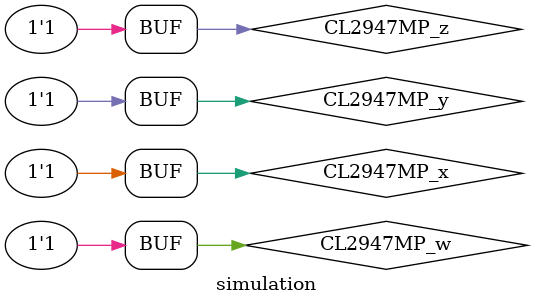
<source format=v>
`timescale 1ns / 1ps

module simulation();

  reg CL2947MP_x, CL2947MP_y, CL2947MP_z, CL2947MP_w;
  wire CL2947MP_outa, CL2947MP_outb, CL2947MP_outc, CL2947MP_outd, CL2947MP_oute, CL2947MP_outf, CL2947MP_outg;
  lab3_top lab3_top1(CL2947MP_x, CL2947MP_y, CL2947MP_z, CL2947MP_w, CL2947MP_outa, CL2947MP_outb, CL2947MP_outc, CL2947MP_outd, CL2947MP_oute, CL2947MP_outf, CL2947MP_outg);

  initial
  begin
  // Initialize inputs
  CL2947MP_x = 0; CL2947MP_y = 0; CL2947MP_z = 0; CL2947MP_w = 0;

  #10 CL2947MP_x = 0; CL2947MP_y = 0; CL2947MP_z = 0; CL2947MP_w = 0;
  #10 CL2947MP_x = 0; CL2947MP_y = 0; CL2947MP_z = 0; CL2947MP_w = 1;
  #10 CL2947MP_x = 0; CL2947MP_y = 0; CL2947MP_z = 1; CL2947MP_w = 0;
  #10 CL2947MP_x = 0; CL2947MP_y = 0; CL2947MP_z = 1; CL2947MP_w = 1;
  #10 CL2947MP_x = 0; CL2947MP_y = 1; CL2947MP_z = 0; CL2947MP_w = 0;
  #10 CL2947MP_x = 0; CL2947MP_y = 1; CL2947MP_z = 0; CL2947MP_w = 1;
  #10 CL2947MP_x = 0; CL2947MP_y = 1; CL2947MP_z = 1; CL2947MP_w = 0;
  #10 CL2947MP_x = 0; CL2947MP_y = 1; CL2947MP_z = 1; CL2947MP_w = 1;
  #10 CL2947MP_x = 1; CL2947MP_y = 0; CL2947MP_z = 0; CL2947MP_w = 0;
  #10 CL2947MP_x = 1; CL2947MP_y = 0; CL2947MP_z = 0; CL2947MP_w = 1;
  #10 CL2947MP_x = 1; CL2947MP_y = 0; CL2947MP_z = 1; CL2947MP_w = 0;
  #10 CL2947MP_x = 1; CL2947MP_y = 0; CL2947MP_z = 1; CL2947MP_w = 1;
  #10 CL2947MP_x = 1; CL2947MP_y = 1; CL2947MP_z = 0; CL2947MP_w = 0;
  #10 CL2947MP_x = 1; CL2947MP_y = 1; CL2947MP_z = 0; CL2947MP_w = 1;
  #10 CL2947MP_x = 1; CL2947MP_y = 1; CL2947MP_z = 1; CL2947MP_w = 0;
  #10 CL2947MP_x = 1; CL2947MP_y = 1; CL2947MP_z = 1; CL2947MP_w = 1;

  end

endmodule

</source>
